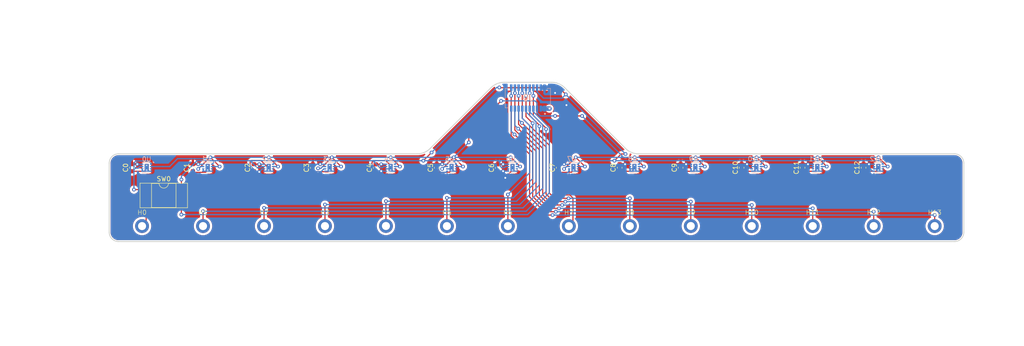
<source format=kicad_pcb>
(kicad_pcb
	(version 20240108)
	(generator "pcbnew")
	(generator_version "8.0")
	(general
		(thickness 2.866)
		(legacy_teardrops no)
	)
	(paper "A4")
	(layers
		(0 "F.Cu" signal)
		(1 "In1.Cu" signal)
		(2 "In2.Cu" signal)
		(31 "B.Cu" signal)
		(32 "B.Adhes" user "B.Adhesive")
		(33 "F.Adhes" user "F.Adhesive")
		(34 "B.Paste" user)
		(35 "F.Paste" user)
		(36 "B.SilkS" user "B.Silkscreen")
		(37 "F.SilkS" user "F.Silkscreen")
		(38 "B.Mask" user)
		(39 "F.Mask" user)
		(40 "Dwgs.User" user "User.Drawings")
		(41 "Cmts.User" user "User.Comments")
		(42 "Eco1.User" user "User.Eco1")
		(43 "Eco2.User" user "User.Eco2")
		(44 "Edge.Cuts" user)
		(45 "Margin" user)
		(46 "B.CrtYd" user "B.Courtyard")
		(47 "F.CrtYd" user "F.Courtyard")
		(48 "B.Fab" user)
		(49 "F.Fab" user)
		(50 "User.1" user)
		(51 "User.2" user)
		(52 "User.3" user)
		(53 "User.4" user)
		(54 "User.5" user)
		(55 "User.6" user)
		(56 "User.7" user)
		(57 "User.8" user)
		(58 "User.9" user)
	)
	(setup
		(stackup
			(layer "F.SilkS"
				(type "Top Silk Screen")
			)
			(layer "F.Paste"
				(type "Top Solder Paste")
			)
			(layer "F.Mask"
				(type "Top Solder Mask")
				(thickness 0.01)
			)
			(layer "F.Cu"
				(type "copper")
				(thickness 0.018)
			)
			(layer "dielectric 1"
				(type "prepreg")
				(thickness 0.188)
				(material "FR4")
				(epsilon_r 4.5)
				(loss_tangent 0.02)
			)
			(layer "In1.Cu"
				(type "copper")
				(thickness 0.035)
			)
			(layer "dielectric 2"
				(type "core")
				(thickness 2.364)
				(material "FR4")
				(epsilon_r 4.5)
				(loss_tangent 0.02)
			)
			(layer "In2.Cu"
				(type "copper")
				(thickness 0.035)
			)
			(layer "dielectric 3"
				(type "prepreg")
				(thickness 0.188)
				(material "FR4")
				(epsilon_r 4.5)
				(loss_tangent 0.02)
			)
			(layer "B.Cu"
				(type "copper")
				(thickness 0.018)
			)
			(layer "B.Mask"
				(type "Bottom Solder Mask")
				(thickness 0.01)
			)
			(layer "B.Paste"
				(type "Bottom Solder Paste")
			)
			(layer "B.SilkS"
				(type "Bottom Silk Screen")
			)
			(copper_finish "None")
			(dielectric_constraints no)
		)
		(pad_to_mask_clearance 0)
		(allow_soldermask_bridges_in_footprints no)
		(pcbplotparams
			(layerselection 0x00010fc_ffffffff)
			(plot_on_all_layers_selection 0x0000000_00000000)
			(disableapertmacros no)
			(usegerberextensions no)
			(usegerberattributes yes)
			(usegerberadvancedattributes yes)
			(creategerberjobfile yes)
			(dashed_line_dash_ratio 12.000000)
			(dashed_line_gap_ratio 3.000000)
			(svgprecision 4)
			(plotframeref no)
			(viasonmask no)
			(mode 1)
			(useauxorigin yes)
			(hpglpennumber 1)
			(hpglpenspeed 20)
			(hpglpendiameter 15.000000)
			(pdf_front_fp_property_popups yes)
			(pdf_back_fp_property_popups yes)
			(dxfpolygonmode yes)
			(dxfimperialunits yes)
			(dxfusepcbnewfont yes)
			(psnegative no)
			(psa4output no)
			(plotreference yes)
			(plotvalue yes)
			(plotfptext yes)
			(plotinvisibletext no)
			(sketchpadsonfab no)
			(subtractmaskfromsilk no)
			(outputformat 1)
			(mirror no)
			(drillshape 0)
			(scaleselection 1)
			(outputdirectory "./gerber")
		)
	)
	(net 0 "")
	(net 1 "GND")
	(net 2 "unconnected-(U3-ALERT-Pad3)")
	(net 3 "/SDA")
	(net 4 "+3V3")
	(net 5 "/SCL")
	(net 6 "unconnected-(U6-ALERT-Pad3)")
	(net 7 "unconnected-(U7-ALERT-Pad3)")
	(net 8 "unconnected-(U1-ALERT-Pad3)")
	(net 9 "unconnected-(U2-ALERT-Pad3)")
	(net 10 "unconnected-(U4-ALERT-Pad3)")
	(net 11 "unconnected-(U5-ALERT-Pad3)")
	(net 12 "unconnected-(U8-ALERT-Pad3)")
	(net 13 "unconnected-(U9-ALERT-Pad3)")
	(net 14 "unconnected-(U10-ALERT-Pad3)")
	(net 15 "unconnected-(U11-ALERT-Pad3)")
	(net 16 "unconnected-(U12-ALERT-Pad3)")
	(net 17 "Net-(J0-Pin_13)")
	(net 18 "Net-(J0-Pin_8)")
	(net 19 "Net-(J0-Pin_17)")
	(net 20 "Net-(J0-Pin_7)")
	(net 21 "Net-(J0-Pin_15)")
	(net 22 "Net-(J0-Pin_20)")
	(net 23 "Net-(J0-Pin_12)")
	(net 24 "Net-(J0-Pin_9)")
	(net 25 "Net-(J0-Pin_11)")
	(net 26 "Net-(J0-Pin_10)")
	(net 27 "Net-(J0-Pin_14)")
	(net 28 "Net-(J0-Pin_16)")
	(net 29 "Net-(J0-Pin_19)")
	(net 30 "Net-(J0-Pin_18)")
	(net 31 "unconnected-(U0-ALERT-Pad3)")
	(net 32 "Net-(H0-Pad1)")
	(net 33 "/SDA_SW")
	(footprint "Capacitor_SMD:C_0603_1608Metric" (layer "F.Cu") (at 76.09 91.36 -90))
	(footprint "Capacitor_SMD:C_0603_1608Metric" (layer "F.Cu") (at 102.06 91.39 -90))
	(footprint "Capacitor_SMD:C_0603_1608Metric" (layer "F.Cu") (at 115.68 91.4 -90))
	(footprint "Capacitor_SMD:C_0603_1608Metric" (layer "F.Cu") (at 89.29 91.36 -90))
	(footprint "Capacitor_SMD:C_0603_1608Metric" (layer "F.Cu") (at 155.29 91.36 -90))
	(footprint "Capacitor_SMD:C_0603_1608Metric" (layer "F.Cu") (at 128.88 91.375 -90))
	(footprint "Capacitor_SMD:C_0603_1608Metric" (layer "F.Cu") (at 194.89 91.36 -90))
	(footprint "Package_DIP:DIP-4_W7.62mm_SMDSocket_SmallPads" (layer "F.Cu") (at 69.79 97.38))
	(footprint "Capacitor_SMD:C_0603_1608Metric" (layer "F.Cu") (at 142.08 91.4 -90))
	(footprint "Capacitor_SMD:C_0603_1608Metric" (layer "F.Cu") (at 208.09 91.36 -90))
	(footprint "Capacitor_SMD:C_0603_1608Metric" (layer "F.Cu") (at 62.89 91.36 -90))
	(footprint "Capacitor_SMD:C_0603_1608Metric" (layer "F.Cu") (at 221.29 91.36 -90))
	(footprint "Capacitor_SMD:C_0603_1608Metric" (layer "F.Cu") (at 181.69 91.36 -90))
	(footprint "Capacitor_SMD:C_0603_1608Metric" (layer "F.Cu") (at 168.49 91.36 -90))
	(footprint "Package_SON:WSON-8-1EP_2x2mm_P0.5mm_EP0.9x1.6mm_ThermalVias" (layer "B.Cu") (at 158.49 91.36 180))
	(footprint "MV_Abnehmerplatine:0921-1-15-20-75-14-11-0" (layer "B.Cu") (at 170.690002 104.015 180))
	(footprint "Package_SON:WSON-8-1EP_2x2mm_P0.5mm_EP0.9x1.6mm_ThermalVias" (layer "B.Cu") (at 105.69 91.36 180))
	(footprint "MV_Abnehmerplatine:0921-1-15-20-75-14-11-0" (layer "B.Cu") (at 117.890002 103.995 180))
	(footprint "MV_Abnehmerplatine:0921-1-15-20-75-14-11-0" (layer "B.Cu") (at 78.29 104.015 180))
	(footprint "Package_SON:WSON-8-1EP_2x2mm_P0.5mm_EP0.9x1.6mm_ThermalVias" (layer "B.Cu") (at 92.49 91.36 180))
	(footprint "Package_SON:WSON-8-1EP_2x2mm_P0.5mm_EP0.9x1.6mm_ThermalVias" (layer "B.Cu") (at 198.09 91.36 180))
	(footprint "MV_Abnehmerplatine:533092070" (layer "B.Cu") (at 148.61 76.27))
	(footprint "Package_SON:WSON-8-1EP_2x2mm_P0.5mm_EP0.9x1.6mm_ThermalVias" (layer "B.Cu") (at 118.89 91.36 180))
	(footprint "MV_Abnehmerplatine:0921-1-15-20-75-14-11-0" (layer "B.Cu") (at 65.09 104.015 180))
	(footprint "Package_SON:WSON-8-1EP_2x2mm_P0.5mm_EP0.9x1.6mm_ThermalVias" (layer "B.Cu") (at 145.29 91.36 180))
	(footprint "MV_Abnehmerplatine:0921-1-15-20-75-14-11-0" (layer "B.Cu") (at 197.090002 104.015 180))
	(footprint "MV_Abnehmerplatine:0921-1-15-20-75-14-11-0" (layer "B.Cu") (at 104.690002 104.015 180))
	(footprint "Package_SON:WSON-8-1EP_2x2mm_P0.5mm_EP0.9x1.6mm_ThermalVias" (layer "B.Cu") (at 79.29 91.36 180))
	(footprint "MV_Abnehmerplatine:0921-1-15-20-75-14-11-0" (layer "B.Cu") (at 210.29 104.015 180))
	(footprint "Package_SON:WSON-8-1EP_2x2mm_P0.5mm_EP0.9x1.6mm_ThermalVias" (layer "B.Cu") (at 224.49 91.36 180))
	(footprint "Package_SON:WSON-8-1EP_2x2mm_P0.5mm_EP0.9x1.6mm_ThermalVias" (layer "B.Cu") (at 171.69 91.36 180))
	(footprint "MV_Abnehmerplatine:0921-1-15-20-75-14-11-0" (layer "B.Cu") (at 183.890002 104.005 180))
	(footprint "MV_Abnehmerplatine:0921-1-15-20-75-14-11-0" (layer "B.Cu") (at 91.500002 104.005 180))
	(footprint "MV_Abnehmerplatine:0921-1-15-20-75-14-11-0" (layer "B.Cu") (at 236.690002 104.015 180))
	(footprint "Package_SON:WSON-8-1EP_2x2mm_P0.5mm_EP0.9x1.6mm_ThermalVias" (layer "B.Cu") (at 132.09 91.36 180))
	(footprint "Package_SON:WSON-8-1EP_2x2mm_P0.5mm_EP0.9x1.6mm_ThermalVias" (layer "B.Cu") (at 211.29 91.36 180))
	(footprint "Package_SON:WSON-8-1EP_2x2mm_P0.5mm_EP0.9x1.6mm_ThermalVias" (layer "B.Cu") (at 184.89 91.36 180))
	(footprint "MV_Abnehmerplatine:0921-1-15-20-75-14-11-0" (layer "B.Cu") (at 223.49 104.015 180))
	(footprint "Package_SON:WSON-8-1EP_2x2mm_P0.5mm_EP0.9x1.6mm_ThermalVias" (layer "B.Cu") (at 66.09 91.36 180))
	(footprint "MV_Abnehmerplatine:0921-1-15-20-75-14-11-0"
		(layer "B.Cu")
		(uuid "f66b22c3-cad0-4ec8-ba68-e7534bbf3387")
		(at 157.490002 104.015 180)
		(descr "0921 Through Hole Mount Spring-Loaded Pin")
		(tags "Spring-Loaded Pin, Pogo Pin")
		(property "Reference" "H7"
			(at 0 2.9464 0)
			(unlocked yes)
			(layer "F.SilkS")
			(uuid "49202f5f-694e-4cae-bb99-c7587a3087c5")
			(effects
				(font
					(size 1 1)
					(thickness 0.1)
				)
			)
		)
		(property "Value" "0921-X-15-20-77-14-11-0"
			(at 0 -1 0)
			(unlocked yes)
			(layer "B.Fab")
			(uuid "4ee24bec-a00a-4a5f-bd10-d3a1980cf2f1")
			(effects
				(font
					(size 1 1)
					(thickness 0.15)
				)
				(justify mirror)
			)
		)
		(property "Footprint" "MV_Abnehmerplatine:0921-1-15-20-75-14-11-0"
			(at 0 0 0)
			(unlocked yes)
			(layer "B.Fab")
			(hide yes)
			(uuid "a4ce4bee-22ad-439a-80ac-10961d2fc27a")
			(effects
				(font
					(size 1 1)
					(thickness 0.15)
				)
				(justify mirror)
			)
		)
		(property "Datasheet" "https://www.mill-max.com/products/datasheet/pinsrecs/0921-1-15-20-75-14-11-0"
			(at 0 0 0)
			(unlocked yes)
			(layer "B.Fab")
			(hide 
... [727630 chars truncated]
</source>
